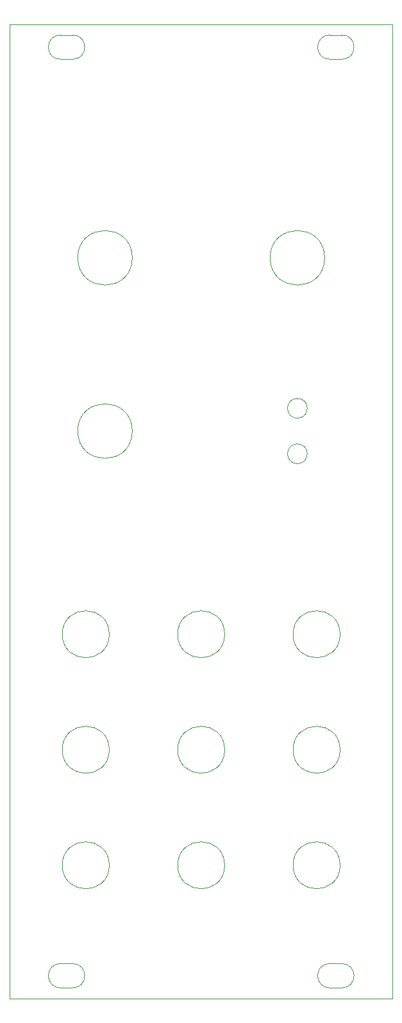
<source format=gbr>
G04 #@! TF.GenerationSoftware,KiCad,Pcbnew,5.1.5-52549c5~84~ubuntu19.04.1*
G04 #@! TF.CreationDate,2020-04-14T21:10:59+02:00*
G04 #@! TF.ProjectId,osc1-frontplate,6f736331-2d66-4726-9f6e-74706c617465,rev?*
G04 #@! TF.SameCoordinates,Original*
G04 #@! TF.FileFunction,Profile,NP*
%FSLAX46Y46*%
G04 Gerber Fmt 4.6, Leading zero omitted, Abs format (unit mm)*
G04 Created by KiCad (PCBNEW 5.1.5-52549c5~84~ubuntu19.04.1) date 2020-04-14 21:10:59*
%MOMM*%
%LPD*%
G04 APERTURE LIST*
%ADD10C,0.050000*%
G04 APERTURE END LIST*
D10*
X164280000Y-106650000D02*
G75*
G03X164280000Y-106650000I-1300000J0D01*
G01*
X164280000Y-100650000D02*
G75*
G03X164280000Y-100650000I-1300000J0D01*
G01*
X166580000Y-80790000D02*
G75*
G03X166580000Y-80790000I-3600000J0D01*
G01*
X141180000Y-80790000D02*
G75*
G03X141180000Y-80790000I-3600000J0D01*
G01*
X141180000Y-103650000D02*
G75*
G03X141180000Y-103650000I-3600000J0D01*
G01*
X138140000Y-130450000D02*
G75*
G03X138140000Y-130450000I-3100000J0D01*
G01*
X153380000Y-130450000D02*
G75*
G03X153380000Y-130450000I-3100000J0D01*
G01*
X168620000Y-130450000D02*
G75*
G03X168620000Y-130450000I-3100000J0D01*
G01*
X168620000Y-145690000D02*
G75*
G03X168620000Y-145690000I-3100000J0D01*
G01*
X153380000Y-145690000D02*
G75*
G03X153380000Y-145690000I-3100000J0D01*
G01*
X138140000Y-145690000D02*
G75*
G03X138140000Y-145690000I-3100000J0D01*
G01*
X168620000Y-160930000D02*
G75*
G03X168620000Y-160930000I-3100000J0D01*
G01*
X153380000Y-160930000D02*
G75*
G03X153380000Y-160930000I-3100000J0D01*
G01*
X138140000Y-160930000D02*
G75*
G03X138140000Y-160930000I-3100000J0D01*
G01*
X168860000Y-173900000D02*
G75*
G02X168860000Y-177100000I0J-1600000D01*
G01*
X167260000Y-177100000D02*
G75*
G02X167260000Y-173900000I0J1600000D01*
G01*
X168860000Y-177100000D02*
X167260000Y-177100000D01*
X167260000Y-173900000D02*
X168860000Y-173900000D01*
X133300000Y-173900000D02*
G75*
G02X133300000Y-177100000I0J-1600000D01*
G01*
X131700000Y-177100000D02*
G75*
G02X131700000Y-173900000I0J1600000D01*
G01*
X133300000Y-177100000D02*
X131700000Y-177100000D01*
X131700000Y-173900000D02*
X133300000Y-173900000D01*
X168860000Y-54600000D02*
X167260000Y-54600000D01*
X167260000Y-51400000D02*
X168860000Y-51400000D01*
X168860000Y-51400000D02*
G75*
G02X168860000Y-54600000I0J-1600000D01*
G01*
X167260000Y-54600000D02*
G75*
G02X167260000Y-51400000I0J1600000D01*
G01*
X133300000Y-54600000D02*
X131700000Y-54600000D01*
X131700000Y-51400000D02*
X133300000Y-51400000D01*
X131700000Y-54600000D02*
G75*
G02X131700000Y-51400000I0J1600000D01*
G01*
X133300000Y-51400000D02*
G75*
G02X133300000Y-54600000I0J-1600000D01*
G01*
X125000000Y-178500000D02*
X125000000Y-50000000D01*
X175500000Y-178500000D02*
X125000000Y-178500000D01*
X175500000Y-50000000D02*
X175500000Y-178500000D01*
X125000000Y-50000000D02*
X175500000Y-50000000D01*
M02*

</source>
